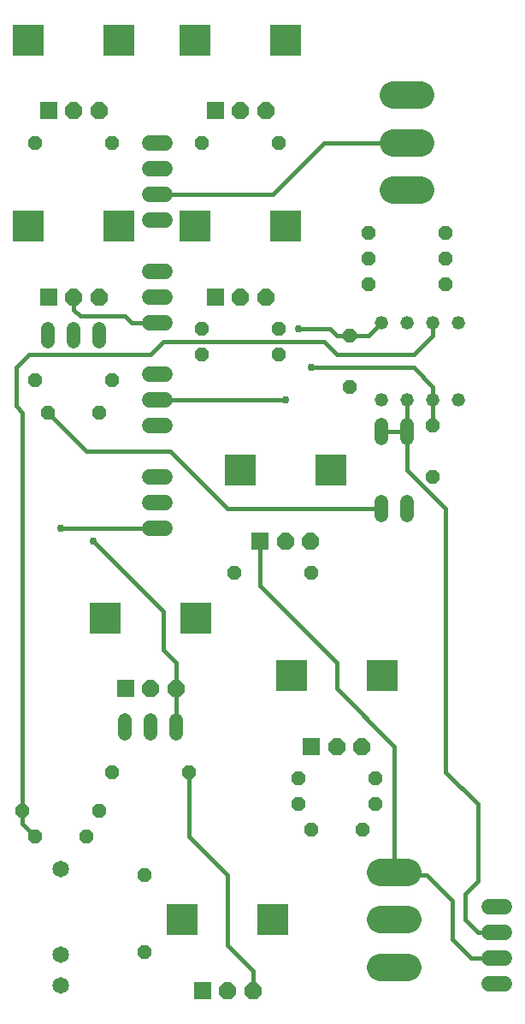
<source format=gbl>
G04 EAGLE Gerber RS-274X export*
G75*
%MOMM*%
%FSLAX34Y34*%
%LPD*%
%INBottom Copper*%
%IPPOS*%
%AMOC8*
5,1,8,0,0,1.08239X$1,22.5*%
G01*
%ADD10R,1.676400X1.676400*%
%ADD11P,1.814519X8X292.500000*%
%ADD12R,3.116000X3.116000*%
%ADD13C,1.650000*%
%ADD14P,1.429621X8X202.500000*%
%ADD15P,1.429621X8X292.500000*%
%ADD16C,2.705100*%
%ADD17C,1.320800*%
%ADD18P,1.429621X8X22.500000*%
%ADD19C,1.320800*%
%ADD20P,1.429621X8X112.500000*%
%ADD21C,1.524000*%
%ADD22C,0.406400*%
%ADD23C,0.756400*%


D10*
X216300Y18900D03*
D11*
X241300Y18900D03*
X266300Y18900D03*
D12*
X286300Y88900D03*
X196300Y88900D03*
D10*
X229000Y704700D03*
D11*
X254000Y704700D03*
X279000Y704700D03*
D12*
X299000Y774700D03*
X209000Y774700D03*
D13*
X76200Y138900D03*
X76200Y53900D03*
X76200Y23900D03*
D14*
X101600Y171450D03*
X50800Y171450D03*
X114300Y196850D03*
X38100Y196850D03*
D15*
X158750Y133350D03*
X158750Y57150D03*
D14*
X203200Y234950D03*
X127000Y234950D03*
D16*
X392875Y135890D02*
X419926Y135890D01*
X419926Y88900D02*
X392875Y88900D01*
X392875Y41910D02*
X419926Y41910D01*
D17*
X393700Y488696D02*
X393700Y501904D01*
X393700Y564896D02*
X393700Y578104D01*
X63500Y660146D02*
X63500Y673354D01*
X114300Y673354D02*
X114300Y660146D01*
X88900Y660146D02*
X88900Y673354D01*
D14*
X127000Y857250D03*
X50800Y857250D03*
D10*
X63900Y888850D03*
D11*
X88900Y888850D03*
X113900Y888850D03*
D12*
X133900Y958850D03*
X43900Y958850D03*
D14*
X127000Y622300D03*
X50800Y622300D03*
D10*
X63900Y704700D03*
D11*
X88900Y704700D03*
X113900Y704700D03*
D12*
X133900Y774700D03*
X43900Y774700D03*
D14*
X114300Y590550D03*
X63500Y590550D03*
X292100Y647700D03*
X215900Y647700D03*
D18*
X215900Y673100D03*
X292100Y673100D03*
D14*
X292100Y857250D03*
X215900Y857250D03*
D10*
X229000Y888850D03*
D11*
X254000Y888850D03*
X279000Y888850D03*
D12*
X299000Y958850D03*
X209000Y958850D03*
D16*
X405575Y810260D02*
X432626Y810260D01*
X432626Y857250D02*
X405575Y857250D01*
X405575Y904240D02*
X432626Y904240D01*
D14*
X457200Y768350D03*
X381000Y768350D03*
D18*
X381000Y742950D03*
X457200Y742950D03*
D14*
X457200Y717550D03*
X381000Y717550D03*
D17*
X419100Y501904D02*
X419100Y488696D01*
X419100Y564896D02*
X419100Y578104D01*
D18*
X323850Y177800D03*
X374650Y177800D03*
X311150Y228600D03*
X387350Y228600D03*
D10*
X324250Y260200D03*
D11*
X349250Y260200D03*
X374250Y260200D03*
D12*
X394250Y330200D03*
X304250Y330200D03*
D18*
X311150Y203200D03*
X387350Y203200D03*
D17*
X139700Y272796D02*
X139700Y286004D01*
X190500Y286004D02*
X190500Y272796D01*
X165100Y272796D02*
X165100Y286004D01*
D10*
X140100Y317350D03*
D11*
X165100Y317350D03*
X190100Y317350D03*
D12*
X210100Y387350D03*
X120100Y387350D03*
D10*
X273450Y463400D03*
D11*
X298450Y463400D03*
X323450Y463400D03*
D12*
X343450Y533400D03*
X253450Y533400D03*
D14*
X323850Y431800D03*
X247650Y431800D03*
D19*
X469900Y679450D03*
X444500Y679450D03*
X444500Y603250D03*
X469900Y603250D03*
X419100Y679450D03*
X393700Y679450D03*
X419100Y603250D03*
X393700Y603250D03*
D20*
X361950Y615950D03*
X361950Y666750D03*
X444500Y527050D03*
X444500Y577850D03*
D21*
X179070Y781050D02*
X163830Y781050D01*
X163830Y806450D02*
X179070Y806450D01*
X179070Y831850D02*
X163830Y831850D01*
X163830Y857250D02*
X179070Y857250D01*
X179070Y679450D02*
X163830Y679450D01*
X163830Y704850D02*
X179070Y704850D01*
X179070Y730250D02*
X163830Y730250D01*
X163830Y577850D02*
X179070Y577850D01*
X179070Y603250D02*
X163830Y603250D01*
X163830Y628650D02*
X179070Y628650D01*
X500380Y25400D02*
X515620Y25400D01*
X515620Y50800D02*
X500380Y50800D01*
X500380Y76200D02*
X515620Y76200D01*
X515620Y101600D02*
X500380Y101600D01*
X179070Y527050D02*
X163830Y527050D01*
X163830Y501650D02*
X179070Y501650D01*
X179070Y476250D02*
X163830Y476250D01*
D22*
X444500Y577850D02*
X444500Y603250D01*
X171450Y476250D02*
X76200Y476250D01*
X323850Y635000D02*
X425450Y635000D01*
X444500Y615950D01*
X444500Y603250D01*
D23*
X76200Y476250D03*
X323850Y635000D03*
D22*
X203200Y234950D02*
X203200Y171450D01*
X241300Y133350D01*
X241300Y63500D01*
X266700Y38100D01*
X266700Y19300D01*
X266300Y18900D01*
X361950Y666750D02*
X381000Y666750D01*
X393700Y679450D01*
X482600Y50800D02*
X508000Y50800D01*
X482600Y50800D02*
X463550Y69850D01*
X463550Y107950D01*
X408940Y133350D02*
X406400Y135890D01*
X438150Y133350D02*
X463550Y107950D01*
X438150Y133350D02*
X408940Y133350D01*
X406400Y135890D02*
X406400Y260350D01*
X349250Y317500D01*
X349250Y342900D01*
X273050Y419100D01*
X273450Y463400D02*
X273050Y463800D01*
X273050Y419100D01*
D23*
X311150Y673100D03*
D22*
X342900Y673100D01*
X349250Y666750D01*
X361950Y666750D01*
X38100Y184150D02*
X50800Y171450D01*
X38100Y184150D02*
X38100Y196850D01*
X38100Y590550D01*
X31750Y596900D01*
X31750Y635000D01*
X44450Y647700D01*
X165100Y647700D01*
X177800Y660400D01*
X349250Y647700D02*
X425450Y647700D01*
X444500Y666750D01*
X444500Y679450D01*
X336550Y660400D02*
X177800Y660400D01*
X336550Y660400D02*
X349250Y647700D01*
X393700Y495300D02*
X241300Y495300D01*
X184150Y552450D01*
X101600Y552450D01*
X63500Y590550D01*
X88900Y692150D02*
X88900Y704700D01*
X88900Y692150D02*
X95250Y685800D01*
X139700Y685800D01*
X146050Y679450D01*
X171450Y679450D01*
X171450Y806450D02*
X285750Y806450D01*
X336550Y857250D01*
X419100Y857250D01*
D23*
X107950Y463550D03*
D22*
X177800Y393700D01*
X190100Y317350D02*
X190100Y279800D01*
X190500Y279400D01*
X190500Y342900D02*
X177800Y355600D01*
X190500Y342900D02*
X190500Y317500D01*
X177800Y355600D02*
X177800Y393700D01*
X190500Y317500D02*
X190100Y317350D01*
X171450Y603250D02*
X298450Y603250D01*
D23*
X298450Y603250D03*
D22*
X393700Y571500D02*
X419100Y571500D01*
X419100Y603250D01*
X419100Y571500D02*
X419100Y533400D01*
X488950Y203200D02*
X488950Y127000D01*
X476250Y114300D02*
X476250Y88900D01*
X488950Y76200D01*
X508000Y76200D01*
X457200Y495300D02*
X419100Y533400D01*
X457200Y495300D02*
X457200Y234950D01*
X488950Y203200D01*
X488950Y127000D02*
X476250Y114300D01*
M02*

</source>
